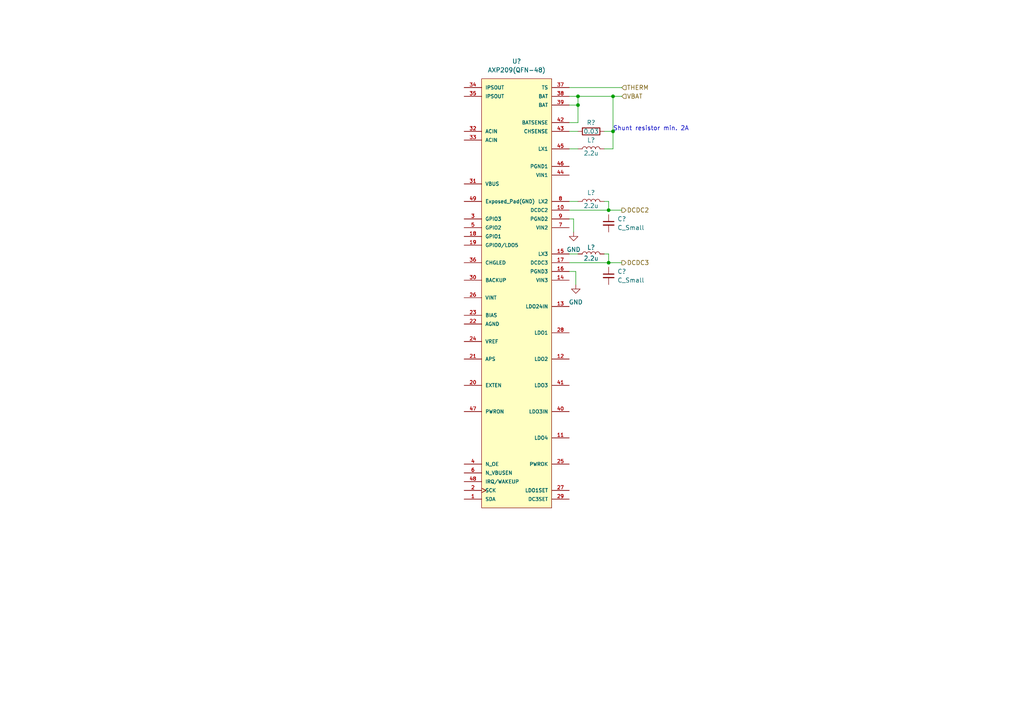
<source format=kicad_sch>
(kicad_sch (version 20211123) (generator eeschema)
  (paper "A4")
  (lib_symbols
    (symbol "Device:C_Small" (pin_numbers hide) (pin_names (offset 0.254) hide)
      (property "Reference" "C" (at 0.254 1.778 0))
      (property "Value" "C_Small" (at 0.254 -2.032 0))
      (symbol "C_Small_0_1"
        (polyline (pts (xy -1.524 -0.508) (xy 1.524 -0.508)) (stroke (width 0.3302)))
        (polyline (pts (xy -1.524 0.508) (xy 1.524 0.508)) (stroke (width 0.3048)))
      )
      (symbol "C_Small_1_1"
        (pin passive line (at 0 2.54 270) (length 2.032) (name "~") (number "1"))
        (pin passive line (at 0 -2.54 90) (length 2.032) (name "~") (number "2"))
      )
    )
    (symbol "Device:L" (pin_numbers hide) (pin_names (offset 1.016) hide)
      (property "Reference" "L" (at -1.27 0 90))
      (property "Value" "L" (at 1.905 0 90))
      (symbol "L_0_1"
        (arc (start 0 -2.54) (mid 0.635 -1.905) (end 0 -1.27))
        (arc (start 0 -1.27) (mid 0.635 -0.635) (end 0 0))
        (arc (start 0 0) (mid 0.635 0.635) (end 0 1.27))
        (arc (start 0 1.27) (mid 0.635 1.905) (end 0 2.54))
      )
      (symbol "L_1_1"
        (pin passive line (at 0 3.81 270) (length 1.27) (name "1") (number "1"))
        (pin passive line (at 0 -3.81 90) (length 1.27) (name "2") (number "2"))
      )
    )
    (symbol "Device:R" (pin_numbers hide) (pin_names (offset 0))
      (property "Reference" "R" (at 2.032 0 90))
      (property "Value" "R" (at 0 0 90))
      (symbol "R_0_1"
        (rectangle (start -1.016 -2.54) (end 1.016 2.54) (stroke (width 0.254)))
      )
      (symbol "R_1_1"
        (pin passive line (at 0 3.81 270) (length 1.27) (name "~") (number "1"))
        (pin passive line (at 0 -3.81 90) (length 1.27) (name "~") (number "2"))
      )
    )
    (symbol "OLIMEX_AXP:AXP209(QFN-48)" (pin_names (offset 1.016))
      (property "Reference" "U" (at -1.27 62.23 0))
      (property "Value" "AXP209(QFN-48)" (at -7.62 -66.04 0))
      (symbol "AXP209(QFN-48)_1_1"
        (rectangle (start 10.16 -63.5) (end -10.16 60.96) (fill (type background)))
        (pin bidirectional line (at -15.24 -60.96 0) (length 5.08) (name "SDA") (number "1"))
        (pin input line (at 15.24 22.86 180) (length 5.08) (name "DCDC2") (number "10"))
        (pin power_out line (at 15.24 -43.18 180) (length 5.08) (name "LDO4") (number "11"))
        (pin power_out line (at 15.24 -20.32 180) (length 5.08) (name "LDO2") (number "12"))
        (pin power_in line (at 15.24 -5.08 180) (length 5.08) (name "LDO24IN") (number "13"))
        (pin power_in line (at 15.24 2.54 180) (length 5.08) (name "VIN3") (number "14"))
        (pin bidirectional line (at 15.24 10.16 180) (length 5.08) (name "LX3") (number "15"))
        (pin power_in line (at 15.24 5.08 180) (length 5.08) (name "PGND3") (number "16"))
        (pin input line (at 15.24 7.62 180) (length 5.08) (name "DCDC3") (number "17"))
        (pin bidirectional line (at -15.24 15.24 0) (length 5.08) (name "GPIO1") (number "18"))
        (pin bidirectional line (at -15.24 12.7 0) (length 5.08) (name "GPIO0/LDO5") (number "19"))
        (pin input clock (at -15.24 -58.42 0) (length 5.08) (name "SCK") (number "2"))
        (pin output line (at -15.24 -27.94 0) (length 5.08) (name "EXTEN") (number "20"))
        (pin power_in line (at -15.24 -20.32 0) (length 5.08) (name "APS") (number "21"))
        (pin power_in line (at -15.24 -10.16 0) (length 5.08) (name "AGND") (number "22"))
        (pin passive line (at -15.24 -7.62 0) (length 5.08) (name "BIAS") (number "23"))
        (pin output line (at -15.24 -15.24 0) (length 5.08) (name "VREF") (number "24"))
        (pin output line (at 15.24 -50.8 180) (length 5.08) (name "PWROK") (number "25"))
        (pin power_in line (at -15.24 -2.54 0) (length 5.08) (name "VINT") (number "26"))
        (pin input line (at 15.24 -58.42 180) (length 5.08) (name "LDO1SET") (number "27"))
        (pin power_out line (at 15.24 -12.7 180) (length 5.08) (name "LDO1") (number "28"))
        (pin input line (at 15.24 -60.96 180) (length 5.08) (name "DC3SET") (number "29"))
        (pin bidirectional line (at -15.24 20.32 0) (length 5.08) (name "GPIO3") (number "3"))
        (pin bidirectional line (at -15.24 2.54 0) (length 5.08) (name "BACKUP") (number "30"))
        (pin power_in line (at -15.24 30.48 0) (length 5.08) (name "VBUS") (number "31"))
        (pin power_in line (at -15.24 45.72 0) (length 5.08) (name "ACIN") (number "32"))
        (pin power_in line (at -15.24 43.18 0) (length 5.08) (name "ACIN") (number "33"))
        (pin power_out line (at -15.24 58.42 0) (length 5.08) (name "IPSOUT") (number "34"))
        (pin power_out line (at -15.24 55.88 0) (length 5.08) (name "IPSOUT") (number "35"))
        (pin output line (at -15.24 7.62 0) (length 5.08) (name "CHGLED") (number "36"))
        (pin input line (at 15.24 58.42 180) (length 5.08) (name "TS") (number "37"))
        (pin power_in line (at 15.24 55.88 180) (length 5.08) (name "BAT") (number "38"))
        (pin power_in line (at 15.24 53.34 180) (length 5.08) (name "BAT") (number "39"))
        (pin input line (at -15.24 -50.8 0) (length 5.08) (name "N_OE") (number "4"))
        (pin power_in line (at 15.24 -35.56 180) (length 5.08) (name "LDO3IN") (number "40"))
        (pin power_out line (at 15.24 -27.94 180) (length 5.08) (name "LDO3") (number "41"))
        (pin input line (at 15.24 48.26 180) (length 5.08) (name "BATSENSE") (number "42"))
        (pin output line (at 15.24 45.72 180) (length 5.08) (name "CHSENSE") (number "43"))
        (pin power_in line (at 15.24 33.02 180) (length 5.08) (name "VIN1") (number "44"))
        (pin bidirectional line (at 15.24 40.64 180) (length 5.08) (name "LX1") (number "45"))
        (pin power_in line (at 15.24 35.56 180) (length 5.08) (name "PGND1") (number "46"))
        (pin input line (at -15.24 -35.56 0) (length 5.08) (name "PWRON") (number "47"))
        (pin bidirectional line (at -15.24 -55.88 0) (length 5.08) (name "IRQ/WAKEUP") (number "48"))
        (pin power_in line (at -15.24 25.4 0) (length 5.08) (name "Exposed_Pad(GND)") (number "49"))
        (pin bidirectional line (at -15.24 17.78 0) (length 5.08) (name "GPIO2") (number "5"))
        (pin input line (at -15.24 -53.34 0) (length 5.08) (name "N_VBUSEN") (number "6"))
        (pin power_in line (at 15.24 17.78 180) (length 5.08) (name "VIN2") (number "7"))
        (pin bidirectional line (at 15.24 25.4 180) (length 5.08) (name "LX2") (number "8"))
        (pin power_in line (at 15.24 20.32 180) (length 5.08) (name "PGND2") (number "9"))
      )
    )
    (symbol "power:GND" (power) (pin_names (offset 0))
      (property "Value" "GND" (at 0 -3.81 0))
      (symbol "GND_0_1"
        (polyline (pts (xy 0 0) (xy 0 -1.27) (xy 1.27 -1.27) (xy 0 -2.54) (xy -1.27 -1.27) (xy 0 -1.27)))
      )
      (symbol "GND_1_1"
        (pin power_in line (at 0 0 270) (length 0) hide (name "GND") (number "1"))
      )
    )
  )
  (junction (at 167.64 30.48))
  (junction (at 177.8 27.94))
  (junction (at 176.53 76.2))
  (junction (at 167.64 27.94))
  (junction (at 176.53 60.96))
  (junction (at 177.8 38.1))
  (wire (pts (xy 165.1 43.18) (xy 167.64 43.18)))
  (wire (pts (xy 166.37 63.5) (xy 165.1 63.5)))
  (wire (pts (xy 176.53 58.42) (xy 176.53 60.96)))
  (wire (pts (xy 165.1 60.96) (xy 176.53 60.96)))
  (wire (pts (xy 167.64 30.48) (xy 165.1 30.48)))
  (wire (pts (xy 165.1 73.66) (xy 167.64 73.66)))
  (wire (pts (xy 177.8 38.1) (xy 177.8 27.94)))
  (wire (pts (xy 176.53 76.2) (xy 180.34 76.2)))
  (wire (pts (xy 167.005 78.74) (xy 165.1 78.74)))
  (wire (pts (xy 175.26 38.1) (xy 177.8 38.1)))
  (wire (pts (xy 175.26 73.66) (xy 176.53 73.66)))
  (wire (pts (xy 167.005 82.55) (xy 167.005 78.74)))
  (wire (pts (xy 165.1 76.2) (xy 176.53 76.2)))
  (wire (pts (xy 167.64 27.94) (xy 167.64 30.48)))
  (wire (pts (xy 177.8 27.94) (xy 180.34 27.94)))
  (wire (pts (xy 165.1 38.1) (xy 167.64 38.1)))
  (wire (pts (xy 175.26 43.18) (xy 177.8 43.18)))
  (wire (pts (xy 165.1 25.4) (xy 180.34 25.4)))
  (wire (pts (xy 165.1 27.94) (xy 167.64 27.94)))
  (wire (pts (xy 175.26 58.42) (xy 176.53 58.42)))
  (wire (pts (xy 176.53 73.66) (xy 176.53 76.2)))
  (wire (pts (xy 165.1 35.56) (xy 167.64 35.56)))
  (wire (pts (xy 167.64 27.94) (xy 177.8 27.94)))
  (wire (pts (xy 167.64 35.56) (xy 167.64 30.48)))
  (wire (pts (xy 165.1 58.42) (xy 167.64 58.42)))
  (wire (pts (xy 176.53 60.96) (xy 180.34 60.96)))
  (wire (pts (xy 166.37 67.31) (xy 166.37 63.5)))
  (wire (pts (xy 177.8 43.18) (xy 177.8 38.1)))
  (text "Shunt resistor min. 2A" (at 177.8 38.1 0) (effects (font (size 1.27 1.27)) (justify left bottom)))
  (hierarchical_label "DCDC2" (shape output) (at 180.34 60.96 0))
  (hierarchical_label "VBAT" (shape input) (at 180.34 27.94 0))
  (hierarchical_label "THERM" (shape input) (at 180.34 25.4 0))
  (hierarchical_label "DCDC3" (shape output) (at 180.34 76.2 0))
  (symbol (lib_id "Device:C_Small") (at 176.53 80.01 0) (unit 1)
    (property "Reference" "C?" (at 179.07 78.7462 0) (effects (justify left)))
    (property "Value" "C_Small" (at 179.07 81.2862 0) (effects (justify left)))
  )
  (symbol (lib_id "power:GND") (at 166.37 67.31 0) (unit 1)
    (property "Reference" "#PWR?" (effects hide))
    (property "Value" "GND" (at 166.37 72.39 0))
  )
  (symbol (lib_id "power:GND") (at 167.005 82.55 0) (unit 1)
    (property "Reference" "#PWR?" (effects hide))
    (property "Value" "GND" (at 167.005 87.63 0))
  )
  (symbol (lib_id "Device:L") (at 171.45 73.66 90) (unit 1)
    (property "Reference" "L?" (at 171.45 71.755 90))
    (property "Value" "2.2u" (at 171.45 74.93 90))
  )
  (symbol (lib_id "Device:L") (at 171.45 58.42 90) (unit 1)
    (property "Reference" "L?" (at 171.45 55.88 90))
    (property "Value" "2.2u" (at 171.45 59.69 90))
  )
  (symbol (lib_id "Device:C_Small") (at 176.53 64.77 0) (unit 1)
    (property "Reference" "C?" (at 179.07 63.5062 0) (effects (justify left)))
    (property "Value" "C_Small" (at 179.07 66.0462 0) (effects (justify left)))
  )
  (symbol (lib_id "OLIMEX_AXP:AXP209(QFN-48)") (at 149.86 83.82 0) (unit 1)
    (property "Reference" "U?" (at 149.86 17.78 0))
    (property "Value" "AXP209(QFN-48)" (at 149.86 20.32 0))
    (property "Footprint" "OLIMEX_IC-FP:QFN48-6x6mm-OLIMEX_V2" (effects hide))
    (property "Datasheet" "http://dl.linux-sunxi.org/AXP/AXP209_Datasheet_v1.0en.pdf" (effects hide))
  )
  (symbol (lib_id "Device:L") (at 171.45 43.18 90) (unit 1)
    (property "Reference" "L?" (at 171.45 40.64 90))
    (property "Value" "2.2u" (at 171.45 44.45 90))
  )
  (symbol (lib_id "Device:R") (at 171.45 38.1 90) (unit 1)
    (property "Reference" "R?" (at 171.45 35.56 90))
    (property "Value" "0.03" (at 171.45 38.1 90))
  )
)
</source>
